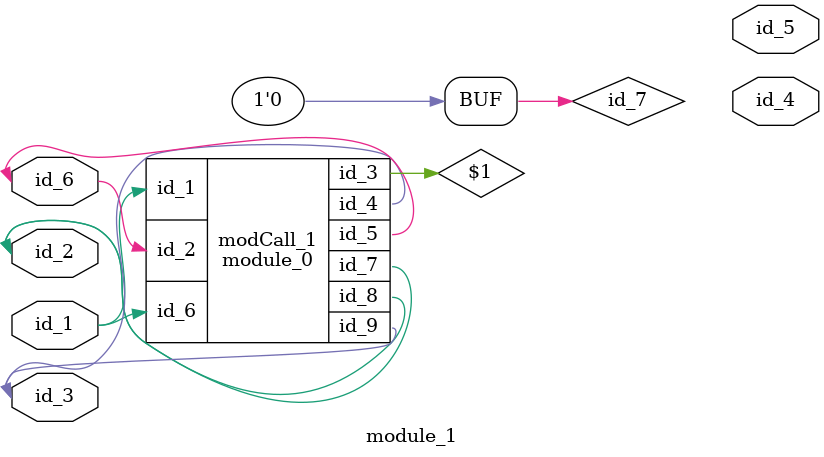
<source format=v>
module module_0 (
    id_1,
    id_2,
    id_3,
    id_4,
    id_5,
    id_6,
    id_7,
    id_8,
    id_9
);
  output wire id_9;
  output wire id_8;
  inout wire id_7;
  input wire id_6;
  output wire id_5;
  output wire id_4;
  output wire id_3;
  input wire id_2;
  input wire id_1;
endmodule
module module_1 (
    id_1,
    id_2,
    id_3,
    id_4,
    id_5,
    id_6
);
  inout wire id_6;
  output wire id_5;
  output wire id_4;
  inout wire id_3;
  inout wire id_2;
  inout wire id_1;
  wand id_7 = 1'b0;
  module_0 modCall_1 (
      id_1,
      id_6,
      id_7,
      id_3,
      id_6,
      id_1,
      id_2,
      id_2,
      id_3
  );
endmodule

</source>
